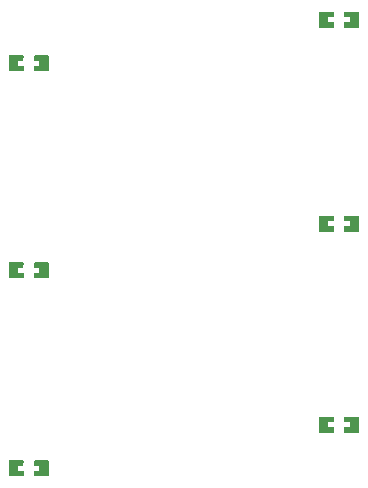
<source format=gbp>
G04 Layer: BottomPasteMaskLayer*
G04 EasyEDA Pro v2.2.32.3, 2024-11-26 15:57:28*
G04 Gerber Generator version 0.3*
G04 Scale: 100 percent, Rotated: No, Reflected: No*
G04 Dimensions in millimeters*
G04 Leading zeros omitted, absolute positions, 3 integers and 5 decimals*
%FSLAX35Y35*%
%MOMM*%
%ADD10C,0.254*%
G75*


G04 PolygonModel Start*
G36*
G01X9278569Y5280643D02*
G01X9278569Y5408641D01*
G01X9273568Y5413642D01*
G01X9158567Y5413642D01*
G01X9153568Y5408641D01*
G01X9153065Y5367638D01*
G01X9198066Y5367638D01*
G01X9198066Y5322639D01*
G01X9154066Y5322639D01*
G01X9153568Y5280643D01*
G01X9158567Y5275641D01*
G01X9273568Y5275641D01*
G01X9278569Y5280643D01*
G37*
G36*
G01X9063568Y5280643D02*
G01X9063566Y5322639D01*
G01X9019068Y5322639D01*
G01X9019068Y5367638D01*
G01X9063065Y5367638D01*
G01X9063568Y5408641D01*
G01X9058567Y5413642D01*
G01X8943569Y5413642D01*
G01X8938567Y5408641D01*
G01X8938567Y5280643D01*
G01X8943569Y5275641D01*
G01X9058567Y5275641D01*
G01X9063568Y5280643D01*
G37*
G36*
G01X9278569Y3553443D02*
G01X9278569Y3681441D01*
G01X9273568Y3686442D01*
G01X9158567Y3686442D01*
G01X9153568Y3681441D01*
G01X9153065Y3640438D01*
G01X9198066Y3640438D01*
G01X9198066Y3595439D01*
G01X9154066Y3595439D01*
G01X9153568Y3553443D01*
G01X9158567Y3548441D01*
G01X9273568Y3548441D01*
G01X9278569Y3553443D01*
G37*
G36*
G01X9063568Y3553443D02*
G01X9063566Y3595439D01*
G01X9019068Y3595439D01*
G01X9019068Y3640438D01*
G01X9063065Y3640438D01*
G01X9063568Y3681441D01*
G01X9058567Y3686442D01*
G01X8943569Y3686442D01*
G01X8938567Y3681441D01*
G01X8938567Y3553443D01*
G01X8943569Y3548441D01*
G01X9058567Y3548441D01*
G01X9063568Y3553443D01*
G37*
G36*
G01X9278569Y1851643D02*
G01X9278569Y1979641D01*
G01X9273568Y1984642D01*
G01X9158567Y1984642D01*
G01X9153568Y1979641D01*
G01X9153065Y1938638D01*
G01X9198066Y1938638D01*
G01X9198066Y1893639D01*
G01X9154066Y1893639D01*
G01X9153568Y1851643D01*
G01X9158567Y1846641D01*
G01X9273568Y1846641D01*
G01X9278569Y1851643D01*
G37*
G36*
G01X9063568Y1851643D02*
G01X9063566Y1893639D01*
G01X9019068Y1893639D01*
G01X9019068Y1938638D01*
G01X9063065Y1938638D01*
G01X9063568Y1979641D01*
G01X9058567Y1984642D01*
G01X8943569Y1984642D01*
G01X8938567Y1979641D01*
G01X8938567Y1851643D01*
G01X8943569Y1846641D01*
G01X9058567Y1846641D01*
G01X9063568Y1851643D01*
G37*
G36*
G01X6312765Y1611343D02*
G01X6312765Y1483345D01*
G01X6317766Y1478344D01*
G01X6432767Y1478344D01*
G01X6437766Y1483345D01*
G01X6438269Y1524348D01*
G01X6393268Y1524348D01*
G01X6393268Y1569347D01*
G01X6437268Y1569347D01*
G01X6437766Y1611343D01*
G01X6432767Y1616345D01*
G01X6317766Y1616345D01*
G01X6312765Y1611343D01*
G37*
G36*
G01X6527766Y1611343D02*
G01X6527768Y1569347D01*
G01X6572267Y1569347D01*
G01X6572267Y1524348D01*
G01X6528269Y1524348D01*
G01X6527766Y1483345D01*
G01X6532767Y1478344D01*
G01X6647765Y1478344D01*
G01X6652767Y1483345D01*
G01X6652767Y1611343D01*
G01X6647765Y1616345D01*
G01X6532767Y1616345D01*
G01X6527766Y1611343D01*
G37*
G36*
G01X6312765Y3287743D02*
G01X6312765Y3159745D01*
G01X6317766Y3154744D01*
G01X6432767Y3154744D01*
G01X6437766Y3159745D01*
G01X6438269Y3200748D01*
G01X6393268Y3200748D01*
G01X6393268Y3245747D01*
G01X6437268Y3245747D01*
G01X6437766Y3287743D01*
G01X6432767Y3292745D01*
G01X6317766Y3292745D01*
G01X6312765Y3287743D01*
G37*
G36*
G01X6527766Y3287743D02*
G01X6527768Y3245747D01*
G01X6572267Y3245747D01*
G01X6572267Y3200748D01*
G01X6528269Y3200748D01*
G01X6527766Y3159745D01*
G01X6532767Y3154744D01*
G01X6647765Y3154744D01*
G01X6652767Y3159745D01*
G01X6652767Y3287743D01*
G01X6647765Y3292745D01*
G01X6532767Y3292745D01*
G01X6527766Y3287743D01*
G37*
G36*
G01X6312765Y5040343D02*
G01X6312765Y4912345D01*
G01X6317766Y4907344D01*
G01X6432767Y4907344D01*
G01X6437766Y4912345D01*
G01X6438269Y4953348D01*
G01X6393268Y4953348D01*
G01X6393268Y4998347D01*
G01X6437268Y4998347D01*
G01X6437766Y5040343D01*
G01X6432767Y5045345D01*
G01X6317766Y5045345D01*
G01X6312765Y5040343D01*
G37*
G36*
G01X6527766Y5040343D02*
G01X6527768Y4998347D01*
G01X6572267Y4998347D01*
G01X6572267Y4953348D01*
G01X6528269Y4953348D01*
G01X6527766Y4912345D01*
G01X6532767Y4907344D01*
G01X6647765Y4907344D01*
G01X6652767Y4912345D01*
G01X6652767Y5040343D01*
G01X6647765Y5045345D01*
G01X6532767Y5045345D01*
G01X6527766Y5040343D01*
G37*

G04 Pad Start*
G04 Pad End*
G54D10*

M02*


</source>
